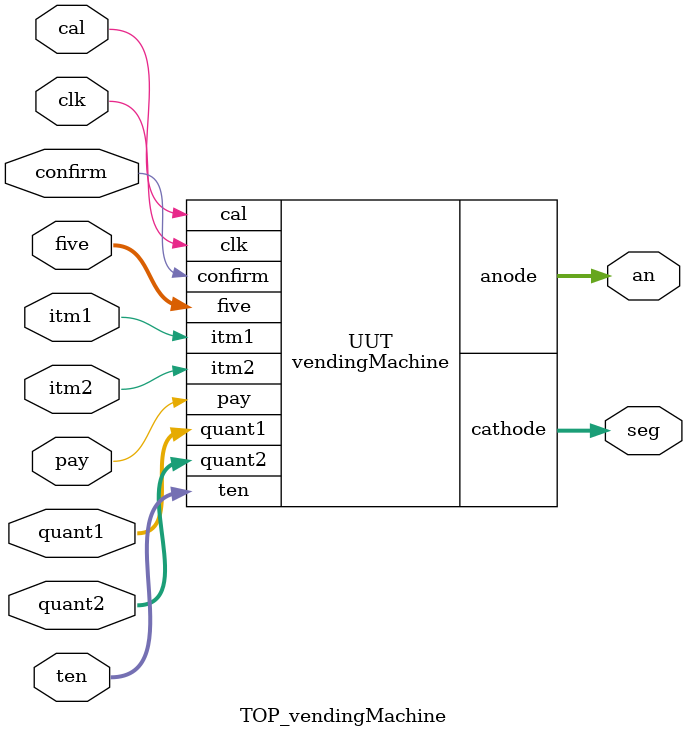
<source format=v>
`timescale 1ns / 1ps

module clkDivforRefCount(nclk,clk);
output reg nclk;
input clk;
integer count=0;
always@(posedge clk)
begin
count=count+1;
nclk=count[16];
end
endmodule
////////////////////////////////////////////////////////////////////////////
module refCount(outRefCount,clk);
output reg [2:0]outRefCount=3'd0;
input clk;
always@(posedge clk)
begin
    outRefCount=outRefCount+1;
end
endmodule
////////////////////////////////////////////////////////////////////////////
module amtToPayCal(outAmtToPayCal,outAmtYouArePaying,outAmtBal,selItm1,quantItm1,selItm2,quantItm2,cal,pay,five,ten,confirm);
output reg [5:0]outAmtToPayCal=6'd0;
reg [5:0]temp=6'd0;
output reg [5:0]outAmtYouArePaying=6'd0;
output reg [5:0]outAmtBal=6'd0;
input selItm1,selItm2,cal,pay,confirm;
input [2:0]quantItm1,quantItm2;
input [1:0]five,ten;
always@(*)
begin
    if( cal && pay==0 &&confirm ==0)
    begin
        temp=(selItm1*quantItm1)+(selItm2*quantItm2);
        outAmtToPayCal=temp*2;
    end
    if(cal && pay==1 &&confirm ==0)
    begin
        outAmtYouArePaying=(5*five)+(10*ten);
    end
    if(cal && pay==1 &&confirm ==1)
    begin
        outAmtBal=outAmtYouArePaying-outAmtToPayCal;
    end
end
endmodule
///////////////////////////////////////////////////////////////////////////
module divBigAmt(unitsPlace,tensPlace,unitsPlacePaying,tensPlacePaying,unitsPlaceBal,tensPlaceBal,inDivBigAmt,inDivBigAmtPaying,inDivBigAmtBal);
output reg [3:0]unitsPlace,tensPlace,unitsPlacePaying,tensPlacePaying,unitsPlaceBal,tensPlaceBal;
input [5:0]inDivBigAmt,inDivBigAmtPaying,inDivBigAmtBal;
always@(inDivBigAmt,inDivBigAmtPaying,inDivBigAmtBal)
begin
    unitsPlace=inDivBigAmt%10;
    tensPlace=inDivBigAmt/10;
    
    unitsPlacePaying=inDivBigAmtPaying%10;
    tensPlacePaying=inDivBigAmtPaying/10;

    unitsPlaceBal=inDivBigAmtBal%10;
    tensPlaceBal=inDivBigAmtBal/10;
end
endmodule
////////////////////////////////////////////////////////////////////////////
module messageCntrl(outMsg0,outMsg1,outMsg2,outMsg3,outMsg4,outMsg5,outMsg6,outMsg7,
unitsPlace,tensPlace,unitsPlacePaying,tensPlacePaying,unitsPlaceBal,tensPlaceBal,cal,pay,confirm);
output reg [4:0]outMsg0,outMsg1,outMsg2,outMsg3,outMsg4,outMsg5,outMsg6,outMsg7;
input [3:0]unitsPlace,tensPlace,unitsPlacePaying,tensPlacePaying,unitsPlaceBal,tensPlaceBal;
input cal,pay,confirm;
always@(*)
begin
    if(cal && pay==0 && confirm ==0)
    begin
        outMsg0=unitsPlace;
        outMsg1=tensPlace;
        outMsg2=5'd0;
        outMsg3=5'd0;
        outMsg4=5'd10; //10 => -
        outMsg5=5'd13;  //13 => Y
        outMsg6=5'd11; //11=> A
        outMsg7=5'd12;  // 12 => P
    end
    if(cal && pay ==1  && confirm ==0)
    begin
        outMsg0=unitsPlacePaying;
        outMsg1=tensPlacePaying;
        outMsg2=5'd0;
        outMsg3=5'd0;
        outMsg4=5'd13;  //13 => Y
        outMsg5=5'd11; //11=> A
        outMsg6=5'd12;  // 12 => P
        outMsg7=5'd13;  //13 => Y
    end
    if(cal && pay ==1  && confirm ==1)
    begin
        outMsg0=unitsPlaceBal;
        outMsg1=tensPlaceBal;
        outMsg2=5'd0;
        outMsg3=5'd0;
        outMsg4=5'd10;  //10 => -
        outMsg5=5'd14; //14=> L
        outMsg6=5'd11;  // 11 => A
        outMsg7=5'd8;  //8 => B
    end
end

endmodule
///////////////////////////////////////////////////////////////////////////
module digitCntrl(outDigitCntrl,inMsg0,inMsg1,inMsg2,inMsg3,inMsg4,inMsg5,inMsg6,inMsg7,refCount);
output reg[4:0]outDigitCntrl;
input [4:0]inMsg0,inMsg1,inMsg2,inMsg3,inMsg4,inMsg5,inMsg6,inMsg7;
input [2:0]refCount;
always@(*)
begin
    case(refCount)
    3'd0:outDigitCntrl=inMsg0;
    3'd1:outDigitCntrl=inMsg1;
    3'd2:outDigitCntrl=inMsg2;
    3'd3:outDigitCntrl=inMsg3;
    3'd4:outDigitCntrl=inMsg4;
    3'd5:outDigitCntrl=inMsg5;
    3'd6:outDigitCntrl=inMsg6;
    3'd7:outDigitCntrl=inMsg7;
    default:outDigitCntrl=5'd10;
    endcase
    
    
end
endmodule

///////////////////////////////////////////////////////////////////////////
module segCntrl(seg,inSegCntrl);
output reg [6:0]seg;
input [4:0]inSegCntrl;
always@(inSegCntrl)
begin
    case(inSegCntrl)
    5'd0:seg=7'b1000_000;
    4'd1:seg=7'b1111_001;
    4'd2:seg=7'b0100_100;
    4'd3:seg=7'b0110_000;
    4'd4:seg=7'b0011_001;
    4'd5:seg=7'b0010_010;
    4'd6:seg=7'b0000_010;
    4'd7:seg=7'b1111_000;
    4'd8:seg=7'b0000_000;
    4'd9:seg=7'b0010_000;
    4'd10:seg=7'b0111_111;
    4'd11:seg=7'b0001_000;
    4'd12:seg=7'b0001_100;
    4'd13:seg=7'b0010_001;
    4'd14:seg=7'b1000_111;
    default:seg=7'b1111_111;
    endcase
end
endmodule
///////////////////////////////////////////////////////////////////////////
module anodeCntrl(anCntOut,anCntIn);
output reg [7:0]anCntOut;
input [2:0]anCntIn;
always@(anCntIn)
begin
case(anCntIn)
3'b000:anCntOut=8'b1111_1110;
3'b001:anCntOut=8'b1111_1101;
3'b010:anCntOut=8'b1111_1011;
3'b011:anCntOut=8'b1111_0111;
3'b100:anCntOut=8'b1110_1111;
3'b101:anCntOut=8'b1101_1111;
3'b110:anCntOut=8'b1011_1111;
3'b111:anCntOut=8'b0111_1111;
default:anCntOut=8'b1111_1111;
endcase
end
endmodule
//////////////////////////////////////////////////////////////////////////
module vendingMachine(cathode,anode,clk,itm1,quant1,itm2,quant2,cal,pay,five,ten,confirm);
output [6:0]cathode;
output [7:0]anode;
input clk,cal,pay,confirm;
input itm1,itm2;
input [2:0]quant1,quant2;
input [1:0]five,ten;
wire nclk;
wire [2:0]outRefCount;
wire [5:0]outAmtToPayCal,outAmtYouArePaying,outAmtBal;
wire [3:0]unitsPlace,tensPlace,unitsPlacePaying,tensPlacePaying,unitsPlaceBal,tensPlaceBal;
wire [4:0]outMsg0,outMsg1,outMsg2,outMsg3,outMsg4,outMsg5,outMsg6,outMsg7;
wire [4:0]outDigitCntrl;



clkDivforRefCount dut001(nclk,clk);

refCount dut002(outRefCount,nclk);

amtToPayCal dut003(outAmtToPayCal,outAmtYouArePaying,outAmtBal,itm1,quant1,itm2,quant2,cal,pay,five,ten,confirm);

divBigAmt dut004(unitsPlace,tensPlace,unitsPlacePaying,tensPlacePaying,unitsPlaceBal,tensPlaceBal,outAmtToPayCal,outAmtYouArePaying,outAmtBal);

messageCntrl dut005(outMsg0,outMsg1,outMsg2,outMsg3,outMsg4,outMsg5,outMsg6,outMsg7,
unitsPlace,tensPlace,unitsPlacePaying,tensPlacePaying,unitsPlaceBal,tensPlaceBal,cal,pay,confirm);

digitCntrl dut006(outDigitCntrl,outMsg0,outMsg1,outMsg2,outMsg3,outMsg4,outMsg5,outMsg6,outMsg7,outRefCount);

segCntrl dut007(cathode,outDigitCntrl);

anodeCntrl dut008(anode,outRefCount);

endmodule

/////////////////////////////////////////////////////////////////////////////////////////
module TOP_vendingMachine(seg,an,clk,itm1,quant1,itm2,quant2,cal,pay,five,ten,confirm);
output [6:0]seg;
output [7:0]an;
input clk,itm1,itm2,cal,pay,confirm;
input [2:0]quant1,quant2;
input [1:0]five,ten;
vendingMachine UUT(seg,an,clk,itm1,quant1,itm2,quant2,cal,pay,five,ten,confirm);
endmodule

</source>
